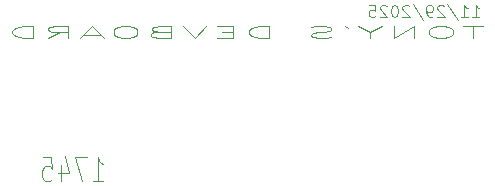
<source format=gbr>
%TF.GenerationSoftware,KiCad,Pcbnew,9.0.6*%
%TF.CreationDate,2025-11-29T13:07:23-06:00*%
%TF.ProjectId,Tony's devboard,546f6e79-2773-4206-9465-76626f617264,rev?*%
%TF.SameCoordinates,Original*%
%TF.FileFunction,Legend,Bot*%
%TF.FilePolarity,Positive*%
%FSLAX46Y46*%
G04 Gerber Fmt 4.6, Leading zero omitted, Abs format (unit mm)*
G04 Created by KiCad (PCBNEW 9.0.6) date 2025-11-29 13:07:23*
%MOMM*%
%LPD*%
G01*
G04 APERTURE LIST*
G04 Aperture macros list*
%AMRoundRect*
0 Rectangle with rounded corners*
0 $1 Rounding radius*
0 $2 $3 $4 $5 $6 $7 $8 $9 X,Y pos of 4 corners*
0 Add a 4 corners polygon primitive as box body*
4,1,4,$2,$3,$4,$5,$6,$7,$8,$9,$2,$3,0*
0 Add four circle primitives for the rounded corners*
1,1,$1+$1,$2,$3*
1,1,$1+$1,$4,$5*
1,1,$1+$1,$6,$7*
1,1,$1+$1,$8,$9*
0 Add four rect primitives between the rounded corners*
20,1,$1+$1,$2,$3,$4,$5,0*
20,1,$1+$1,$4,$5,$6,$7,0*
20,1,$1+$1,$6,$7,$8,$9,0*
20,1,$1+$1,$8,$9,$2,$3,0*%
G04 Aperture macros list end*
%ADD10C,0.100000*%
%ADD11RoundRect,0.250000X0.620000X0.620000X-0.620000X0.620000X-0.620000X-0.620000X0.620000X-0.620000X0*%
%ADD12C,1.740000*%
%ADD13C,0.650000*%
%ADD14O,2.100000X1.000000*%
%ADD15O,1.800000X1.000000*%
%ADD16R,1.700000X1.700000*%
%ADD17C,1.700000*%
%ADD18C,2.600000*%
%ADD19C,3.800000*%
%ADD20R,2.250000X2.250000*%
%ADD21C,2.250000*%
G04 APERTURE END LIST*
D10*
X135698496Y-38732419D02*
X133984211Y-38732419D01*
X134841353Y-39732419D02*
X134841353Y-38732419D01*
X132412782Y-38732419D02*
X131841354Y-38732419D01*
X131841354Y-38732419D02*
X131555639Y-38780038D01*
X131555639Y-38780038D02*
X131269925Y-38875276D01*
X131269925Y-38875276D02*
X131127068Y-39065752D01*
X131127068Y-39065752D02*
X131127068Y-39399085D01*
X131127068Y-39399085D02*
X131269925Y-39589561D01*
X131269925Y-39589561D02*
X131555639Y-39684800D01*
X131555639Y-39684800D02*
X131841354Y-39732419D01*
X131841354Y-39732419D02*
X132412782Y-39732419D01*
X132412782Y-39732419D02*
X132698497Y-39684800D01*
X132698497Y-39684800D02*
X132984211Y-39589561D01*
X132984211Y-39589561D02*
X133127068Y-39399085D01*
X133127068Y-39399085D02*
X133127068Y-39065752D01*
X133127068Y-39065752D02*
X132984211Y-38875276D01*
X132984211Y-38875276D02*
X132698497Y-38780038D01*
X132698497Y-38780038D02*
X132412782Y-38732419D01*
X129841354Y-39732419D02*
X129841354Y-38732419D01*
X129841354Y-38732419D02*
X128127068Y-39732419D01*
X128127068Y-39732419D02*
X128127068Y-38732419D01*
X126127068Y-39256228D02*
X126127068Y-39732419D01*
X127127068Y-38732419D02*
X126127068Y-39256228D01*
X126127068Y-39256228D02*
X125127068Y-38732419D01*
X123984211Y-38732419D02*
X124269925Y-38922895D01*
X122841354Y-39684800D02*
X122412783Y-39732419D01*
X122412783Y-39732419D02*
X121698497Y-39732419D01*
X121698497Y-39732419D02*
X121412783Y-39684800D01*
X121412783Y-39684800D02*
X121269925Y-39637180D01*
X121269925Y-39637180D02*
X121127068Y-39541942D01*
X121127068Y-39541942D02*
X121127068Y-39446704D01*
X121127068Y-39446704D02*
X121269925Y-39351466D01*
X121269925Y-39351466D02*
X121412783Y-39303847D01*
X121412783Y-39303847D02*
X121698497Y-39256228D01*
X121698497Y-39256228D02*
X122269925Y-39208609D01*
X122269925Y-39208609D02*
X122555640Y-39160990D01*
X122555640Y-39160990D02*
X122698497Y-39113371D01*
X122698497Y-39113371D02*
X122841354Y-39018133D01*
X122841354Y-39018133D02*
X122841354Y-38922895D01*
X122841354Y-38922895D02*
X122698497Y-38827657D01*
X122698497Y-38827657D02*
X122555640Y-38780038D01*
X122555640Y-38780038D02*
X122269925Y-38732419D01*
X122269925Y-38732419D02*
X121555640Y-38732419D01*
X121555640Y-38732419D02*
X121127068Y-38780038D01*
X117555640Y-39732419D02*
X117555640Y-38732419D01*
X117555640Y-38732419D02*
X116841354Y-38732419D01*
X116841354Y-38732419D02*
X116412783Y-38780038D01*
X116412783Y-38780038D02*
X116127068Y-38875276D01*
X116127068Y-38875276D02*
X115984211Y-38970514D01*
X115984211Y-38970514D02*
X115841354Y-39160990D01*
X115841354Y-39160990D02*
X115841354Y-39303847D01*
X115841354Y-39303847D02*
X115984211Y-39494323D01*
X115984211Y-39494323D02*
X116127068Y-39589561D01*
X116127068Y-39589561D02*
X116412783Y-39684800D01*
X116412783Y-39684800D02*
X116841354Y-39732419D01*
X116841354Y-39732419D02*
X117555640Y-39732419D01*
X114555640Y-39208609D02*
X113555640Y-39208609D01*
X113127068Y-39732419D02*
X114555640Y-39732419D01*
X114555640Y-39732419D02*
X114555640Y-38732419D01*
X114555640Y-38732419D02*
X113127068Y-38732419D01*
X112269925Y-38732419D02*
X111269925Y-39732419D01*
X111269925Y-39732419D02*
X110269925Y-38732419D01*
X108269925Y-39208609D02*
X107841353Y-39256228D01*
X107841353Y-39256228D02*
X107698496Y-39303847D01*
X107698496Y-39303847D02*
X107555639Y-39399085D01*
X107555639Y-39399085D02*
X107555639Y-39541942D01*
X107555639Y-39541942D02*
X107698496Y-39637180D01*
X107698496Y-39637180D02*
X107841353Y-39684800D01*
X107841353Y-39684800D02*
X108127068Y-39732419D01*
X108127068Y-39732419D02*
X109269925Y-39732419D01*
X109269925Y-39732419D02*
X109269925Y-38732419D01*
X109269925Y-38732419D02*
X108269925Y-38732419D01*
X108269925Y-38732419D02*
X107984211Y-38780038D01*
X107984211Y-38780038D02*
X107841353Y-38827657D01*
X107841353Y-38827657D02*
X107698496Y-38922895D01*
X107698496Y-38922895D02*
X107698496Y-39018133D01*
X107698496Y-39018133D02*
X107841353Y-39113371D01*
X107841353Y-39113371D02*
X107984211Y-39160990D01*
X107984211Y-39160990D02*
X108269925Y-39208609D01*
X108269925Y-39208609D02*
X109269925Y-39208609D01*
X105698496Y-38732419D02*
X105127068Y-38732419D01*
X105127068Y-38732419D02*
X104841353Y-38780038D01*
X104841353Y-38780038D02*
X104555639Y-38875276D01*
X104555639Y-38875276D02*
X104412782Y-39065752D01*
X104412782Y-39065752D02*
X104412782Y-39399085D01*
X104412782Y-39399085D02*
X104555639Y-39589561D01*
X104555639Y-39589561D02*
X104841353Y-39684800D01*
X104841353Y-39684800D02*
X105127068Y-39732419D01*
X105127068Y-39732419D02*
X105698496Y-39732419D01*
X105698496Y-39732419D02*
X105984211Y-39684800D01*
X105984211Y-39684800D02*
X106269925Y-39589561D01*
X106269925Y-39589561D02*
X106412782Y-39399085D01*
X106412782Y-39399085D02*
X106412782Y-39065752D01*
X106412782Y-39065752D02*
X106269925Y-38875276D01*
X106269925Y-38875276D02*
X105984211Y-38780038D01*
X105984211Y-38780038D02*
X105698496Y-38732419D01*
X103269925Y-39446704D02*
X101841354Y-39446704D01*
X103555639Y-39732419D02*
X102555639Y-38732419D01*
X102555639Y-38732419D02*
X101555639Y-39732419D01*
X98841353Y-39732419D02*
X99841353Y-39256228D01*
X100555639Y-39732419D02*
X100555639Y-38732419D01*
X100555639Y-38732419D02*
X99412782Y-38732419D01*
X99412782Y-38732419D02*
X99127067Y-38780038D01*
X99127067Y-38780038D02*
X98984210Y-38827657D01*
X98984210Y-38827657D02*
X98841353Y-38922895D01*
X98841353Y-38922895D02*
X98841353Y-39065752D01*
X98841353Y-39065752D02*
X98984210Y-39160990D01*
X98984210Y-39160990D02*
X99127067Y-39208609D01*
X99127067Y-39208609D02*
X99412782Y-39256228D01*
X99412782Y-39256228D02*
X100555639Y-39256228D01*
X97555639Y-39732419D02*
X97555639Y-38732419D01*
X97555639Y-38732419D02*
X96841353Y-38732419D01*
X96841353Y-38732419D02*
X96412782Y-38780038D01*
X96412782Y-38780038D02*
X96127067Y-38875276D01*
X96127067Y-38875276D02*
X95984210Y-38970514D01*
X95984210Y-38970514D02*
X95841353Y-39160990D01*
X95841353Y-39160990D02*
X95841353Y-39303847D01*
X95841353Y-39303847D02*
X95984210Y-39494323D01*
X95984210Y-39494323D02*
X96127067Y-39589561D01*
X96127067Y-39589561D02*
X96412782Y-39684800D01*
X96412782Y-39684800D02*
X96841353Y-39732419D01*
X96841353Y-39732419D02*
X97555639Y-39732419D01*
X134772306Y-37942419D02*
X135343734Y-37942419D01*
X135058020Y-37942419D02*
X135058020Y-36942419D01*
X135058020Y-36942419D02*
X135153258Y-37085276D01*
X135153258Y-37085276D02*
X135248496Y-37180514D01*
X135248496Y-37180514D02*
X135343734Y-37228133D01*
X133819925Y-37942419D02*
X134391353Y-37942419D01*
X134105639Y-37942419D02*
X134105639Y-36942419D01*
X134105639Y-36942419D02*
X134200877Y-37085276D01*
X134200877Y-37085276D02*
X134296115Y-37180514D01*
X134296115Y-37180514D02*
X134391353Y-37228133D01*
X132677068Y-36894800D02*
X133534210Y-38180514D01*
X132391353Y-37037657D02*
X132343734Y-36990038D01*
X132343734Y-36990038D02*
X132248496Y-36942419D01*
X132248496Y-36942419D02*
X132010401Y-36942419D01*
X132010401Y-36942419D02*
X131915163Y-36990038D01*
X131915163Y-36990038D02*
X131867544Y-37037657D01*
X131867544Y-37037657D02*
X131819925Y-37132895D01*
X131819925Y-37132895D02*
X131819925Y-37228133D01*
X131819925Y-37228133D02*
X131867544Y-37370990D01*
X131867544Y-37370990D02*
X132438972Y-37942419D01*
X132438972Y-37942419D02*
X131819925Y-37942419D01*
X131343734Y-37942419D02*
X131153258Y-37942419D01*
X131153258Y-37942419D02*
X131058020Y-37894800D01*
X131058020Y-37894800D02*
X131010401Y-37847180D01*
X131010401Y-37847180D02*
X130915163Y-37704323D01*
X130915163Y-37704323D02*
X130867544Y-37513847D01*
X130867544Y-37513847D02*
X130867544Y-37132895D01*
X130867544Y-37132895D02*
X130915163Y-37037657D01*
X130915163Y-37037657D02*
X130962782Y-36990038D01*
X130962782Y-36990038D02*
X131058020Y-36942419D01*
X131058020Y-36942419D02*
X131248496Y-36942419D01*
X131248496Y-36942419D02*
X131343734Y-36990038D01*
X131343734Y-36990038D02*
X131391353Y-37037657D01*
X131391353Y-37037657D02*
X131438972Y-37132895D01*
X131438972Y-37132895D02*
X131438972Y-37370990D01*
X131438972Y-37370990D02*
X131391353Y-37466228D01*
X131391353Y-37466228D02*
X131343734Y-37513847D01*
X131343734Y-37513847D02*
X131248496Y-37561466D01*
X131248496Y-37561466D02*
X131058020Y-37561466D01*
X131058020Y-37561466D02*
X130962782Y-37513847D01*
X130962782Y-37513847D02*
X130915163Y-37466228D01*
X130915163Y-37466228D02*
X130867544Y-37370990D01*
X129724687Y-36894800D02*
X130581829Y-38180514D01*
X129438972Y-37037657D02*
X129391353Y-36990038D01*
X129391353Y-36990038D02*
X129296115Y-36942419D01*
X129296115Y-36942419D02*
X129058020Y-36942419D01*
X129058020Y-36942419D02*
X128962782Y-36990038D01*
X128962782Y-36990038D02*
X128915163Y-37037657D01*
X128915163Y-37037657D02*
X128867544Y-37132895D01*
X128867544Y-37132895D02*
X128867544Y-37228133D01*
X128867544Y-37228133D02*
X128915163Y-37370990D01*
X128915163Y-37370990D02*
X129486591Y-37942419D01*
X129486591Y-37942419D02*
X128867544Y-37942419D01*
X128248496Y-36942419D02*
X128153258Y-36942419D01*
X128153258Y-36942419D02*
X128058020Y-36990038D01*
X128058020Y-36990038D02*
X128010401Y-37037657D01*
X128010401Y-37037657D02*
X127962782Y-37132895D01*
X127962782Y-37132895D02*
X127915163Y-37323371D01*
X127915163Y-37323371D02*
X127915163Y-37561466D01*
X127915163Y-37561466D02*
X127962782Y-37751942D01*
X127962782Y-37751942D02*
X128010401Y-37847180D01*
X128010401Y-37847180D02*
X128058020Y-37894800D01*
X128058020Y-37894800D02*
X128153258Y-37942419D01*
X128153258Y-37942419D02*
X128248496Y-37942419D01*
X128248496Y-37942419D02*
X128343734Y-37894800D01*
X128343734Y-37894800D02*
X128391353Y-37847180D01*
X128391353Y-37847180D02*
X128438972Y-37751942D01*
X128438972Y-37751942D02*
X128486591Y-37561466D01*
X128486591Y-37561466D02*
X128486591Y-37323371D01*
X128486591Y-37323371D02*
X128438972Y-37132895D01*
X128438972Y-37132895D02*
X128391353Y-37037657D01*
X128391353Y-37037657D02*
X128343734Y-36990038D01*
X128343734Y-36990038D02*
X128248496Y-36942419D01*
X127534210Y-37037657D02*
X127486591Y-36990038D01*
X127486591Y-36990038D02*
X127391353Y-36942419D01*
X127391353Y-36942419D02*
X127153258Y-36942419D01*
X127153258Y-36942419D02*
X127058020Y-36990038D01*
X127058020Y-36990038D02*
X127010401Y-37037657D01*
X127010401Y-37037657D02*
X126962782Y-37132895D01*
X126962782Y-37132895D02*
X126962782Y-37228133D01*
X126962782Y-37228133D02*
X127010401Y-37370990D01*
X127010401Y-37370990D02*
X127581829Y-37942419D01*
X127581829Y-37942419D02*
X126962782Y-37942419D01*
X126058020Y-36942419D02*
X126534210Y-36942419D01*
X126534210Y-36942419D02*
X126581829Y-37418609D01*
X126581829Y-37418609D02*
X126534210Y-37370990D01*
X126534210Y-37370990D02*
X126438972Y-37323371D01*
X126438972Y-37323371D02*
X126200877Y-37323371D01*
X126200877Y-37323371D02*
X126105639Y-37370990D01*
X126105639Y-37370990D02*
X126058020Y-37418609D01*
X126058020Y-37418609D02*
X126010401Y-37513847D01*
X126010401Y-37513847D02*
X126010401Y-37751942D01*
X126010401Y-37751942D02*
X126058020Y-37847180D01*
X126058020Y-37847180D02*
X126105639Y-37894800D01*
X126105639Y-37894800D02*
X126200877Y-37942419D01*
X126200877Y-37942419D02*
X126438972Y-37942419D01*
X126438972Y-37942419D02*
X126534210Y-37894800D01*
X126534210Y-37894800D02*
X126581829Y-37847180D01*
X102631353Y-51840038D02*
X103488496Y-51840038D01*
X103059925Y-51840038D02*
X103059925Y-49840038D01*
X103059925Y-49840038D02*
X103202782Y-50125752D01*
X103202782Y-50125752D02*
X103345639Y-50316228D01*
X103345639Y-50316228D02*
X103488496Y-50411466D01*
X102131354Y-49840038D02*
X101131354Y-49840038D01*
X101131354Y-49840038D02*
X101774211Y-51840038D01*
X99917069Y-50506704D02*
X99917069Y-51840038D01*
X100274211Y-49744800D02*
X100631354Y-51173371D01*
X100631354Y-51173371D02*
X99702783Y-51173371D01*
X98417069Y-49840038D02*
X99131355Y-49840038D01*
X99131355Y-49840038D02*
X99202783Y-50792419D01*
X99202783Y-50792419D02*
X99131355Y-50697180D01*
X99131355Y-50697180D02*
X98988498Y-50601942D01*
X98988498Y-50601942D02*
X98631355Y-50601942D01*
X98631355Y-50601942D02*
X98488498Y-50697180D01*
X98488498Y-50697180D02*
X98417069Y-50792419D01*
X98417069Y-50792419D02*
X98345640Y-50982895D01*
X98345640Y-50982895D02*
X98345640Y-51459085D01*
X98345640Y-51459085D02*
X98417069Y-51649561D01*
X98417069Y-51649561D02*
X98488498Y-51744800D01*
X98488498Y-51744800D02*
X98631355Y-51840038D01*
X98631355Y-51840038D02*
X98988498Y-51840038D01*
X98988498Y-51840038D02*
X99131355Y-51744800D01*
X99131355Y-51744800D02*
X99202783Y-51649561D01*
%LPC*%
D11*
%TO.C,J4*%
X141430000Y-53390000D03*
D12*
X138890000Y-53390000D03*
X136350000Y-53390000D03*
X133810000Y-53390000D03*
X131270000Y-53390000D03*
X128730000Y-53390000D03*
X126190000Y-53390000D03*
X123650000Y-53390000D03*
X121110000Y-53390000D03*
X118570000Y-53390000D03*
X116030000Y-53390000D03*
X113490000Y-53390000D03*
X110950000Y-53390000D03*
X108410000Y-53390000D03*
X105870000Y-53390000D03*
X103330000Y-53390000D03*
X100790000Y-53390000D03*
X98250000Y-53390000D03*
X95710000Y-53390000D03*
X93170000Y-53390000D03*
%TD*%
D11*
%TO.C,J3*%
X141620000Y-35000000D03*
D12*
X139080000Y-35000000D03*
X136540000Y-35000000D03*
X134000000Y-35000000D03*
X131460000Y-35000000D03*
X128920000Y-35000000D03*
X126380000Y-35000000D03*
X123840000Y-35000000D03*
X121300000Y-35000000D03*
X118760000Y-35000000D03*
X116220000Y-35000000D03*
X113680000Y-35000000D03*
X111140000Y-35000000D03*
X108600000Y-35000000D03*
X106060000Y-35000000D03*
X103520000Y-35000000D03*
X100980000Y-35000000D03*
X98440000Y-35000000D03*
X95900000Y-35000000D03*
X93360000Y-35000000D03*
%TD*%
D13*
%TO.C,J1*%
X147215000Y-46760000D03*
X147215000Y-40980000D03*
D14*
X146715000Y-48190000D03*
D15*
X150895000Y-48190000D03*
D14*
X146715000Y-39550000D03*
D15*
X150895000Y-39550000D03*
%TD*%
D16*
%TO.C,J2*%
X92000000Y-40710000D03*
D17*
X92000000Y-43250000D03*
X92000000Y-45790000D03*
%TD*%
D18*
%TO.C,REF\u002A\u002A*%
X149500000Y-51920000D03*
D19*
X149500000Y-51920000D03*
%TD*%
D20*
%TO.C,SW1*%
X96220000Y-47440000D03*
D21*
X96220000Y-40940000D03*
%TD*%
D18*
%TO.C,REF\u002A\u002A*%
X149500000Y-35940000D03*
D19*
X149500000Y-35940000D03*
%TD*%
%LPD*%
M02*

</source>
